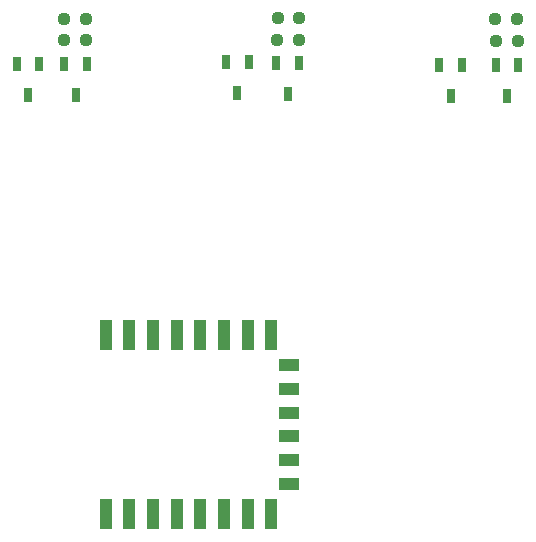
<source format=gbr>
%TF.GenerationSoftware,KiCad,Pcbnew,(6.0.1-0)*%
%TF.CreationDate,2022-03-13T12:33:57+03:30*%
%TF.ProjectId,touch_panel,746f7563-685f-4706-916e-656c2e6b6963,rev?*%
%TF.SameCoordinates,Original*%
%TF.FileFunction,Paste,Bot*%
%TF.FilePolarity,Positive*%
%FSLAX46Y46*%
G04 Gerber Fmt 4.6, Leading zero omitted, Abs format (unit mm)*
G04 Created by KiCad (PCBNEW (6.0.1-0)) date 2022-03-13 12:33:57*
%MOMM*%
%LPD*%
G01*
G04 APERTURE LIST*
G04 Aperture macros list*
%AMRoundRect*
0 Rectangle with rounded corners*
0 $1 Rounding radius*
0 $2 $3 $4 $5 $6 $7 $8 $9 X,Y pos of 4 corners*
0 Add a 4 corners polygon primitive as box body*
4,1,4,$2,$3,$4,$5,$6,$7,$8,$9,$2,$3,0*
0 Add four circle primitives for the rounded corners*
1,1,$1+$1,$2,$3*
1,1,$1+$1,$4,$5*
1,1,$1+$1,$6,$7*
1,1,$1+$1,$8,$9*
0 Add four rect primitives between the rounded corners*
20,1,$1+$1,$2,$3,$4,$5,0*
20,1,$1+$1,$4,$5,$6,$7,0*
20,1,$1+$1,$6,$7,$8,$9,0*
20,1,$1+$1,$8,$9,$2,$3,0*%
G04 Aperture macros list end*
%ADD10RoundRect,0.237500X-0.250000X-0.237500X0.250000X-0.237500X0.250000X0.237500X-0.250000X0.237500X0*%
%ADD11R,0.650000X1.220000*%
%ADD12RoundRect,0.237500X0.250000X0.237500X-0.250000X0.237500X-0.250000X-0.237500X0.250000X-0.237500X0*%
%ADD13R,1.000000X2.500000*%
%ADD14R,1.800000X1.000000*%
G04 APERTURE END LIST*
D10*
%TO.C,R15*%
X149325000Y-85250000D03*
X151150000Y-85250000D03*
%TD*%
D11*
%TO.C,Q6*%
X149350000Y-89190000D03*
X151250000Y-89190000D03*
X150300000Y-91810000D03*
%TD*%
%TO.C,Q1*%
X108800000Y-89040000D03*
X110700000Y-89040000D03*
X109750000Y-91660000D03*
%TD*%
D12*
%TO.C,R3*%
X114662500Y-85300000D03*
X112837500Y-85300000D03*
%TD*%
D11*
%TO.C,Q3*%
X126550000Y-88940000D03*
X128450000Y-88940000D03*
X127500000Y-91560000D03*
%TD*%
D10*
%TO.C,R10*%
X130887500Y-87050000D03*
X132712500Y-87050000D03*
%TD*%
D11*
%TO.C,Q4*%
X130800000Y-88990000D03*
X132700000Y-88990000D03*
X131750000Y-91610000D03*
%TD*%
%TO.C,Q2*%
X112850000Y-89090000D03*
X114750000Y-89090000D03*
X113800000Y-91710000D03*
%TD*%
D13*
%TO.C,U4*%
X116350000Y-112000000D03*
X118350000Y-112000000D03*
X120350000Y-112000000D03*
X122350000Y-112000000D03*
X124350000Y-112000000D03*
X126350000Y-112000000D03*
X128350000Y-112000000D03*
X130350000Y-112000000D03*
D14*
X131850000Y-114600000D03*
X131850000Y-116600000D03*
X131850000Y-118600000D03*
X131850000Y-120600000D03*
X131850000Y-122600000D03*
X131850000Y-124600000D03*
D13*
X130350000Y-127200000D03*
X128350000Y-127200000D03*
X126350000Y-127200000D03*
X124350000Y-127200000D03*
X122350000Y-127200000D03*
X120350000Y-127200000D03*
X118350000Y-127200000D03*
X116350000Y-127200000D03*
%TD*%
D10*
%TO.C,R4*%
X112837500Y-87050000D03*
X114662500Y-87050000D03*
%TD*%
%TO.C,R16*%
X149387500Y-87100000D03*
X151212500Y-87100000D03*
%TD*%
D12*
%TO.C,R9*%
X132725000Y-85200000D03*
X130900000Y-85200000D03*
%TD*%
D11*
%TO.C,Q5*%
X144600000Y-89140000D03*
X146500000Y-89140000D03*
X145550000Y-91760000D03*
%TD*%
M02*

</source>
